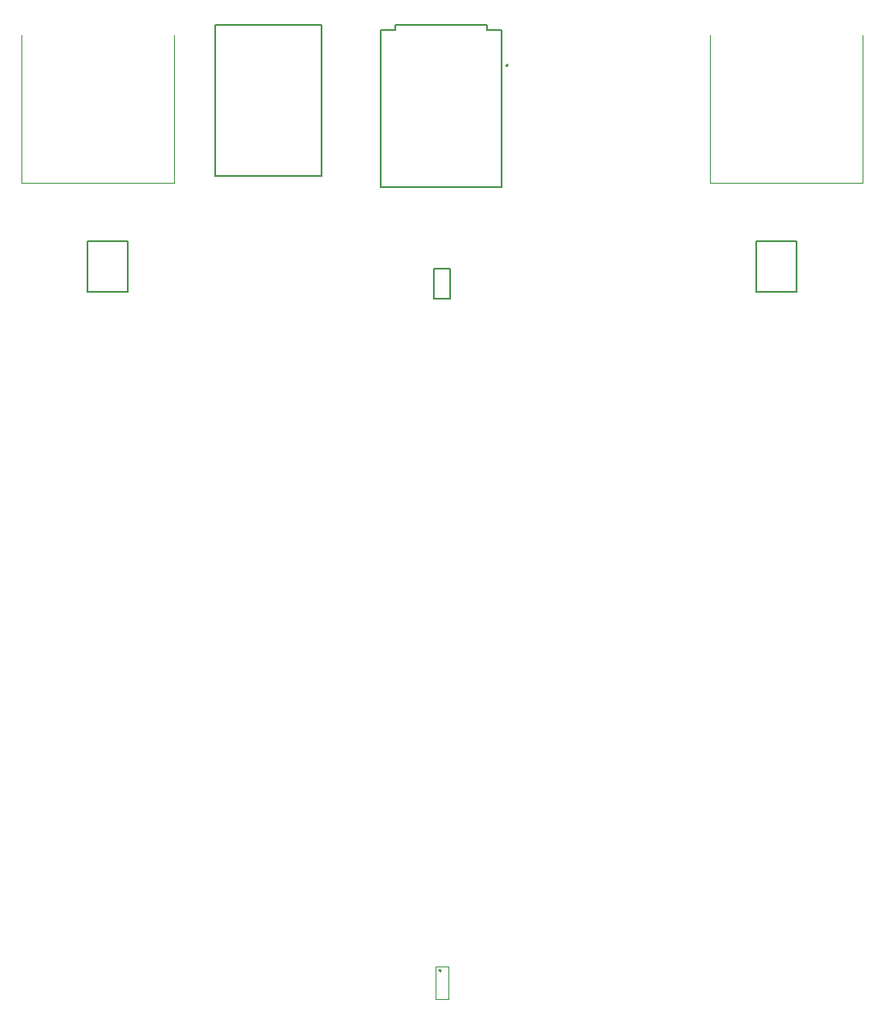
<source format=gbr>
%TF.GenerationSoftware,Altium Limited,Altium Designer,22.10.1 (41)*%
G04 Layer_Color=16711935*
%FSLAX45Y45*%
%MOMM*%
%TF.SameCoordinates,CC01BCFA-2ECF-4BF2-A349-93AF2CE8EC74*%
%TF.FilePolarity,Positive*%
%TF.FileFunction,Other,Top_3D_Body*%
%TF.Part,Single*%
G01*
G75*
%TA.AperFunction,NonConductor*%
%ADD50C,0.20000*%
%ADD51C,0.10000*%
%ADD52C,0.12700*%
D50*
X652000Y11550000D02*
G03*
X652000Y11550000I-10000J0D01*
G01*
X-10000Y2620000D02*
G03*
X-10000Y2620000I-10000J0D01*
G01*
X3100000Y9820000D02*
X3500000D01*
Y9320000D02*
Y9820000D01*
X3100000Y9320000D02*
X3500000D01*
X3100000D02*
Y9820000D01*
X-3500000Y9820000D02*
X-3100000D01*
Y9320000D02*
Y9820000D01*
X-3500000Y9320000D02*
X-3100000D01*
X-3500000D02*
Y9820000D01*
X-2239500Y10460001D02*
X-1189500D01*
X-2239500D02*
Y11950000D01*
X-1189500D01*
Y10460001D02*
Y11950000D01*
X-80000Y9548000D02*
X80000D01*
Y9248000D02*
Y9548000D01*
X-80000Y9248000D02*
X80000D01*
X-80000D02*
Y9548000D01*
D51*
X-2648000Y10391100D02*
Y11850000D01*
X-4152000Y10391100D02*
Y11850000D01*
Y10391100D02*
X-2648000D01*
X4152000Y10391100D02*
Y11850000D01*
X2648000Y10391100D02*
Y11850000D01*
Y10391100D02*
X4152000D01*
X-60000Y2660000D02*
X60000D01*
X-60000Y2340000D02*
Y2660000D01*
Y2340000D02*
X60000D01*
Y2660000D01*
D52*
X-608000Y10350000D02*
Y11900000D01*
Y10350000D02*
X592000D01*
X-608000Y11900000D02*
X-458000D01*
X442000D02*
X592000D01*
X442000D02*
Y11950000D01*
X-458000D02*
X442000D01*
X-458000Y11900000D02*
Y11950000D01*
X592000Y10350000D02*
Y11900000D01*
%TF.MD5,2a785657fc3011cf1a509b33e9ebcd81*%
M02*

</source>
